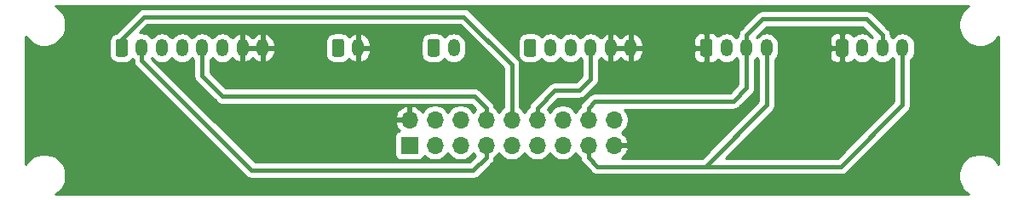
<source format=gbl>
G04 #@! TF.GenerationSoftware,KiCad,Pcbnew,(5.1.5)-3*
G04 #@! TF.CreationDate,2020-05-29T16:33:12+07:00*
G04 #@! TF.ProjectId,LIBV_Pannel,4c494256-5f50-4616-9e6e-656c2e6b6963,rev?*
G04 #@! TF.SameCoordinates,PX53724e0PY5fd8220*
G04 #@! TF.FileFunction,Copper,L2,Bot*
G04 #@! TF.FilePolarity,Positive*
%FSLAX46Y46*%
G04 Gerber Fmt 4.6, Leading zero omitted, Abs format (unit mm)*
G04 Created by KiCad (PCBNEW (5.1.5)-3) date 2020-05-29 16:33:12*
%MOMM*%
%LPD*%
G04 APERTURE LIST*
%ADD10O,1.200000X1.750000*%
%ADD11C,0.100000*%
%ADD12O,1.700000X1.700000*%
%ADD13R,1.700000X1.700000*%
%ADD14C,0.400000*%
%ADD15C,0.254000*%
G04 APERTURE END LIST*
D10*
X60800000Y15200000D03*
X58800000Y15200000D03*
X56800000Y15200000D03*
X54800000Y15200000D03*
X52800000Y15200000D03*
G04 #@! TA.AperFunction,ComponentPad*
D11*
G36*
X51174505Y16073796D02*
G01*
X51198773Y16070196D01*
X51222572Y16064235D01*
X51245671Y16055970D01*
X51267850Y16045480D01*
X51288893Y16032868D01*
X51308599Y16018253D01*
X51326777Y16001777D01*
X51343253Y15983599D01*
X51357868Y15963893D01*
X51370480Y15942850D01*
X51380970Y15920671D01*
X51389235Y15897572D01*
X51395196Y15873773D01*
X51398796Y15849505D01*
X51400000Y15825001D01*
X51400000Y14574999D01*
X51398796Y14550495D01*
X51395196Y14526227D01*
X51389235Y14502428D01*
X51380970Y14479329D01*
X51370480Y14457150D01*
X51357868Y14436107D01*
X51343253Y14416401D01*
X51326777Y14398223D01*
X51308599Y14381747D01*
X51288893Y14367132D01*
X51267850Y14354520D01*
X51245671Y14344030D01*
X51222572Y14335765D01*
X51198773Y14329804D01*
X51174505Y14326204D01*
X51150001Y14325000D01*
X50449999Y14325000D01*
X50425495Y14326204D01*
X50401227Y14329804D01*
X50377428Y14335765D01*
X50354329Y14344030D01*
X50332150Y14354520D01*
X50311107Y14367132D01*
X50291401Y14381747D01*
X50273223Y14398223D01*
X50256747Y14416401D01*
X50242132Y14436107D01*
X50229520Y14457150D01*
X50219030Y14479329D01*
X50210765Y14502428D01*
X50204804Y14526227D01*
X50201204Y14550495D01*
X50200000Y14574999D01*
X50200000Y15825001D01*
X50201204Y15849505D01*
X50204804Y15873773D01*
X50210765Y15897572D01*
X50219030Y15920671D01*
X50229520Y15942850D01*
X50242132Y15963893D01*
X50256747Y15983599D01*
X50273223Y16001777D01*
X50291401Y16018253D01*
X50311107Y16032868D01*
X50332150Y16045480D01*
X50354329Y16055970D01*
X50377428Y16064235D01*
X50401227Y16070196D01*
X50425495Y16073796D01*
X50449999Y16075000D01*
X51150001Y16075000D01*
X51174505Y16073796D01*
G37*
G04 #@! TD.AperFunction*
D10*
X33700000Y15200000D03*
G04 #@! TA.AperFunction,ComponentPad*
D11*
G36*
X32074505Y16073796D02*
G01*
X32098773Y16070196D01*
X32122572Y16064235D01*
X32145671Y16055970D01*
X32167850Y16045480D01*
X32188893Y16032868D01*
X32208599Y16018253D01*
X32226777Y16001777D01*
X32243253Y15983599D01*
X32257868Y15963893D01*
X32270480Y15942850D01*
X32280970Y15920671D01*
X32289235Y15897572D01*
X32295196Y15873773D01*
X32298796Y15849505D01*
X32300000Y15825001D01*
X32300000Y14574999D01*
X32298796Y14550495D01*
X32295196Y14526227D01*
X32289235Y14502428D01*
X32280970Y14479329D01*
X32270480Y14457150D01*
X32257868Y14436107D01*
X32243253Y14416401D01*
X32226777Y14398223D01*
X32208599Y14381747D01*
X32188893Y14367132D01*
X32167850Y14354520D01*
X32145671Y14344030D01*
X32122572Y14335765D01*
X32098773Y14329804D01*
X32074505Y14326204D01*
X32050001Y14325000D01*
X31349999Y14325000D01*
X31325495Y14326204D01*
X31301227Y14329804D01*
X31277428Y14335765D01*
X31254329Y14344030D01*
X31232150Y14354520D01*
X31211107Y14367132D01*
X31191401Y14381747D01*
X31173223Y14398223D01*
X31156747Y14416401D01*
X31142132Y14436107D01*
X31129520Y14457150D01*
X31119030Y14479329D01*
X31110765Y14502428D01*
X31104804Y14526227D01*
X31101204Y14550495D01*
X31100000Y14574999D01*
X31100000Y15825001D01*
X31101204Y15849505D01*
X31104804Y15873773D01*
X31110765Y15897572D01*
X31119030Y15920671D01*
X31129520Y15942850D01*
X31142132Y15963893D01*
X31156747Y15983599D01*
X31173223Y16001777D01*
X31191401Y16018253D01*
X31211107Y16032868D01*
X31232150Y16045480D01*
X31254329Y16055970D01*
X31277428Y16064235D01*
X31301227Y16070196D01*
X31325495Y16073796D01*
X31349999Y16075000D01*
X32050001Y16075000D01*
X32074505Y16073796D01*
G37*
G04 #@! TD.AperFunction*
D10*
X87800000Y15200000D03*
X85800000Y15200000D03*
X83800000Y15200000D03*
G04 #@! TA.AperFunction,ComponentPad*
D11*
G36*
X82174505Y16073796D02*
G01*
X82198773Y16070196D01*
X82222572Y16064235D01*
X82245671Y16055970D01*
X82267850Y16045480D01*
X82288893Y16032868D01*
X82308599Y16018253D01*
X82326777Y16001777D01*
X82343253Y15983599D01*
X82357868Y15963893D01*
X82370480Y15942850D01*
X82380970Y15920671D01*
X82389235Y15897572D01*
X82395196Y15873773D01*
X82398796Y15849505D01*
X82400000Y15825001D01*
X82400000Y14574999D01*
X82398796Y14550495D01*
X82395196Y14526227D01*
X82389235Y14502428D01*
X82380970Y14479329D01*
X82370480Y14457150D01*
X82357868Y14436107D01*
X82343253Y14416401D01*
X82326777Y14398223D01*
X82308599Y14381747D01*
X82288893Y14367132D01*
X82267850Y14354520D01*
X82245671Y14344030D01*
X82222572Y14335765D01*
X82198773Y14329804D01*
X82174505Y14326204D01*
X82150001Y14325000D01*
X81449999Y14325000D01*
X81425495Y14326204D01*
X81401227Y14329804D01*
X81377428Y14335765D01*
X81354329Y14344030D01*
X81332150Y14354520D01*
X81311107Y14367132D01*
X81291401Y14381747D01*
X81273223Y14398223D01*
X81256747Y14416401D01*
X81242132Y14436107D01*
X81229520Y14457150D01*
X81219030Y14479329D01*
X81210765Y14502428D01*
X81204804Y14526227D01*
X81201204Y14550495D01*
X81200000Y14574999D01*
X81200000Y15825001D01*
X81201204Y15849505D01*
X81204804Y15873773D01*
X81210765Y15897572D01*
X81219030Y15920671D01*
X81229520Y15942850D01*
X81242132Y15963893D01*
X81256747Y15983599D01*
X81273223Y16001777D01*
X81291401Y16018253D01*
X81311107Y16032868D01*
X81332150Y16045480D01*
X81354329Y16055970D01*
X81377428Y16064235D01*
X81401227Y16070196D01*
X81425495Y16073796D01*
X81449999Y16075000D01*
X82150001Y16075000D01*
X82174505Y16073796D01*
G37*
G04 #@! TD.AperFunction*
D10*
X43200000Y15200000D03*
G04 #@! TA.AperFunction,ComponentPad*
D11*
G36*
X41574505Y16073796D02*
G01*
X41598773Y16070196D01*
X41622572Y16064235D01*
X41645671Y16055970D01*
X41667850Y16045480D01*
X41688893Y16032868D01*
X41708599Y16018253D01*
X41726777Y16001777D01*
X41743253Y15983599D01*
X41757868Y15963893D01*
X41770480Y15942850D01*
X41780970Y15920671D01*
X41789235Y15897572D01*
X41795196Y15873773D01*
X41798796Y15849505D01*
X41800000Y15825001D01*
X41800000Y14574999D01*
X41798796Y14550495D01*
X41795196Y14526227D01*
X41789235Y14502428D01*
X41780970Y14479329D01*
X41770480Y14457150D01*
X41757868Y14436107D01*
X41743253Y14416401D01*
X41726777Y14398223D01*
X41708599Y14381747D01*
X41688893Y14367132D01*
X41667850Y14354520D01*
X41645671Y14344030D01*
X41622572Y14335765D01*
X41598773Y14329804D01*
X41574505Y14326204D01*
X41550001Y14325000D01*
X40849999Y14325000D01*
X40825495Y14326204D01*
X40801227Y14329804D01*
X40777428Y14335765D01*
X40754329Y14344030D01*
X40732150Y14354520D01*
X40711107Y14367132D01*
X40691401Y14381747D01*
X40673223Y14398223D01*
X40656747Y14416401D01*
X40642132Y14436107D01*
X40629520Y14457150D01*
X40619030Y14479329D01*
X40610765Y14502428D01*
X40604804Y14526227D01*
X40601204Y14550495D01*
X40600000Y14574999D01*
X40600000Y15825001D01*
X40601204Y15849505D01*
X40604804Y15873773D01*
X40610765Y15897572D01*
X40619030Y15920671D01*
X40629520Y15942850D01*
X40642132Y15963893D01*
X40656747Y15983599D01*
X40673223Y16001777D01*
X40691401Y16018253D01*
X40711107Y16032868D01*
X40732150Y16045480D01*
X40754329Y16055970D01*
X40777428Y16064235D01*
X40801227Y16070196D01*
X40825495Y16073796D01*
X40849999Y16075000D01*
X41550001Y16075000D01*
X41574505Y16073796D01*
G37*
G04 #@! TD.AperFunction*
D10*
X74300000Y15200000D03*
X72300000Y15200000D03*
X70300000Y15200000D03*
G04 #@! TA.AperFunction,ComponentPad*
D11*
G36*
X68674505Y16073796D02*
G01*
X68698773Y16070196D01*
X68722572Y16064235D01*
X68745671Y16055970D01*
X68767850Y16045480D01*
X68788893Y16032868D01*
X68808599Y16018253D01*
X68826777Y16001777D01*
X68843253Y15983599D01*
X68857868Y15963893D01*
X68870480Y15942850D01*
X68880970Y15920671D01*
X68889235Y15897572D01*
X68895196Y15873773D01*
X68898796Y15849505D01*
X68900000Y15825001D01*
X68900000Y14574999D01*
X68898796Y14550495D01*
X68895196Y14526227D01*
X68889235Y14502428D01*
X68880970Y14479329D01*
X68870480Y14457150D01*
X68857868Y14436107D01*
X68843253Y14416401D01*
X68826777Y14398223D01*
X68808599Y14381747D01*
X68788893Y14367132D01*
X68767850Y14354520D01*
X68745671Y14344030D01*
X68722572Y14335765D01*
X68698773Y14329804D01*
X68674505Y14326204D01*
X68650001Y14325000D01*
X67949999Y14325000D01*
X67925495Y14326204D01*
X67901227Y14329804D01*
X67877428Y14335765D01*
X67854329Y14344030D01*
X67832150Y14354520D01*
X67811107Y14367132D01*
X67791401Y14381747D01*
X67773223Y14398223D01*
X67756747Y14416401D01*
X67742132Y14436107D01*
X67729520Y14457150D01*
X67719030Y14479329D01*
X67710765Y14502428D01*
X67704804Y14526227D01*
X67701204Y14550495D01*
X67700000Y14574999D01*
X67700000Y15825001D01*
X67701204Y15849505D01*
X67704804Y15873773D01*
X67710765Y15897572D01*
X67719030Y15920671D01*
X67729520Y15942850D01*
X67742132Y15963893D01*
X67756747Y15983599D01*
X67773223Y16001777D01*
X67791401Y16018253D01*
X67811107Y16032868D01*
X67832150Y16045480D01*
X67854329Y16055970D01*
X67877428Y16064235D01*
X67901227Y16070196D01*
X67925495Y16073796D01*
X67949999Y16075000D01*
X68650001Y16075000D01*
X68674505Y16073796D01*
G37*
G04 #@! TD.AperFunction*
D10*
X24200000Y15200000D03*
X22200000Y15200000D03*
X20200000Y15200000D03*
X18200000Y15200000D03*
X16200000Y15200000D03*
X14200000Y15200000D03*
X12200000Y15200000D03*
G04 #@! TA.AperFunction,ComponentPad*
D11*
G36*
X10574505Y16073796D02*
G01*
X10598773Y16070196D01*
X10622572Y16064235D01*
X10645671Y16055970D01*
X10667850Y16045480D01*
X10688893Y16032868D01*
X10708599Y16018253D01*
X10726777Y16001777D01*
X10743253Y15983599D01*
X10757868Y15963893D01*
X10770480Y15942850D01*
X10780970Y15920671D01*
X10789235Y15897572D01*
X10795196Y15873773D01*
X10798796Y15849505D01*
X10800000Y15825001D01*
X10800000Y14574999D01*
X10798796Y14550495D01*
X10795196Y14526227D01*
X10789235Y14502428D01*
X10780970Y14479329D01*
X10770480Y14457150D01*
X10757868Y14436107D01*
X10743253Y14416401D01*
X10726777Y14398223D01*
X10708599Y14381747D01*
X10688893Y14367132D01*
X10667850Y14354520D01*
X10645671Y14344030D01*
X10622572Y14335765D01*
X10598773Y14329804D01*
X10574505Y14326204D01*
X10550001Y14325000D01*
X9849999Y14325000D01*
X9825495Y14326204D01*
X9801227Y14329804D01*
X9777428Y14335765D01*
X9754329Y14344030D01*
X9732150Y14354520D01*
X9711107Y14367132D01*
X9691401Y14381747D01*
X9673223Y14398223D01*
X9656747Y14416401D01*
X9642132Y14436107D01*
X9629520Y14457150D01*
X9619030Y14479329D01*
X9610765Y14502428D01*
X9604804Y14526227D01*
X9601204Y14550495D01*
X9600000Y14574999D01*
X9600000Y15825001D01*
X9601204Y15849505D01*
X9604804Y15873773D01*
X9610765Y15897572D01*
X9619030Y15920671D01*
X9629520Y15942850D01*
X9642132Y15963893D01*
X9656747Y15983599D01*
X9673223Y16001777D01*
X9691401Y16018253D01*
X9711107Y16032868D01*
X9732150Y16045480D01*
X9754329Y16055970D01*
X9777428Y16064235D01*
X9801227Y16070196D01*
X9825495Y16073796D01*
X9849999Y16075000D01*
X10550001Y16075000D01*
X10574505Y16073796D01*
G37*
G04 #@! TD.AperFunction*
D12*
X59120000Y8040000D03*
X59120000Y5500000D03*
X56580000Y8040000D03*
X56580000Y5500000D03*
X54040000Y8040000D03*
X54040000Y5500000D03*
X51500000Y8040000D03*
X51500000Y5500000D03*
X48960000Y8040000D03*
X48960000Y5500000D03*
X46420000Y8040000D03*
X46420000Y5500000D03*
X43880000Y8040000D03*
X43880000Y5500000D03*
X41340000Y8040000D03*
X41340000Y5500000D03*
X38800000Y8040000D03*
D13*
X38800000Y5500000D03*
D14*
X72300000Y11200000D02*
X72300000Y15200000D01*
X73925000Y18100000D02*
X72300000Y16475000D01*
X72300000Y16475000D02*
X72300000Y15200000D01*
X84175000Y18100000D02*
X73925000Y18100000D01*
X85800000Y16475000D02*
X84175000Y18100000D01*
X85800000Y15200000D02*
X85800000Y16475000D01*
X56580000Y9242081D02*
X57237919Y9900000D01*
X56580000Y8040000D02*
X56580000Y9242081D01*
X71000000Y9900000D02*
X72300000Y11200000D01*
X57237919Y9900000D02*
X71000000Y9900000D01*
X74300000Y10600000D02*
X74300000Y15200000D01*
X56580000Y4297919D02*
X57477919Y3400000D01*
X56580000Y5500000D02*
X56580000Y4297919D01*
X57477919Y3400000D02*
X68200000Y3400000D01*
X74300000Y9500000D02*
X74300000Y10600000D01*
X68200000Y3400000D02*
X74300000Y9500000D01*
X68200000Y3400000D02*
X81700000Y3400000D01*
X87800000Y9500000D02*
X87800000Y15200000D01*
X81700000Y3400000D02*
X87800000Y9500000D01*
X51500000Y9242081D02*
X53257919Y11000000D01*
X51500000Y8040000D02*
X51500000Y9242081D01*
X55700000Y11000000D02*
X56800000Y12100000D01*
X53257919Y11000000D02*
X55700000Y11000000D01*
X56800000Y12100000D02*
X56800000Y15200000D01*
X10200000Y16075000D02*
X12425000Y18300000D01*
X10200000Y15200000D02*
X10200000Y16075000D01*
X12425000Y18300000D02*
X44200000Y18300000D01*
X48960000Y13540000D02*
X48960000Y8040000D01*
X44200000Y18300000D02*
X48960000Y13540000D01*
X46420000Y9242081D02*
X45262081Y10400000D01*
X46420000Y8040000D02*
X46420000Y9242081D01*
X45262081Y10400000D02*
X20200000Y10400000D01*
X18200000Y12400000D02*
X18200000Y15200000D01*
X20200000Y10400000D02*
X18200000Y12400000D01*
X12200000Y13925000D02*
X23125000Y3000000D01*
X12200000Y15200000D02*
X12200000Y13925000D01*
X45122081Y3000000D02*
X23125000Y3000000D01*
X46420000Y4297919D02*
X45122081Y3000000D01*
X46420000Y5500000D02*
X46420000Y4297919D01*
D15*
G36*
X94117023Y19185163D02*
G01*
X93814837Y18882977D01*
X93577412Y18527645D01*
X93413870Y18132821D01*
X93330497Y17713677D01*
X93330497Y17286323D01*
X93413870Y16867179D01*
X93577412Y16472355D01*
X93814837Y16117023D01*
X94117023Y15814837D01*
X94472355Y15577412D01*
X94867179Y15413870D01*
X95286323Y15330497D01*
X95713677Y15330497D01*
X96132821Y15413870D01*
X96527645Y15577412D01*
X96882977Y15814837D01*
X97185163Y16117023D01*
X97340001Y16348754D01*
X97340000Y3651247D01*
X97185163Y3882977D01*
X96882977Y4185163D01*
X96527645Y4422588D01*
X96132821Y4586130D01*
X95713677Y4669503D01*
X95286323Y4669503D01*
X94867179Y4586130D01*
X94472355Y4422588D01*
X94117023Y4185163D01*
X93814837Y3882977D01*
X93577412Y3527645D01*
X93413870Y3132821D01*
X93330497Y2713677D01*
X93330497Y2286323D01*
X93413870Y1867179D01*
X93577412Y1472355D01*
X93814837Y1117023D01*
X94117023Y814837D01*
X94348753Y660000D01*
X3651247Y660000D01*
X3882977Y814837D01*
X4185163Y1117023D01*
X4422588Y1472355D01*
X4586130Y1867179D01*
X4669503Y2286323D01*
X4669503Y2713677D01*
X4586130Y3132821D01*
X4422588Y3527645D01*
X4185163Y3882977D01*
X3882977Y4185163D01*
X3527645Y4422588D01*
X3132821Y4586130D01*
X2713677Y4669503D01*
X2286323Y4669503D01*
X1867179Y4586130D01*
X1472355Y4422588D01*
X1117023Y4185163D01*
X814837Y3882977D01*
X660000Y3651247D01*
X660000Y16348753D01*
X814837Y16117023D01*
X1117023Y15814837D01*
X1472355Y15577412D01*
X1867179Y15413870D01*
X2286323Y15330497D01*
X2713677Y15330497D01*
X3132821Y15413870D01*
X3527645Y15577412D01*
X3882977Y15814837D01*
X3893141Y15825001D01*
X8961928Y15825001D01*
X8961928Y14574999D01*
X8978992Y14401745D01*
X9029528Y14235149D01*
X9111595Y14081613D01*
X9222038Y13947038D01*
X9356613Y13836595D01*
X9510149Y13754528D01*
X9676745Y13703992D01*
X9849999Y13686928D01*
X10550001Y13686928D01*
X10723255Y13703992D01*
X10889851Y13754528D01*
X11043387Y13836595D01*
X11177962Y13947038D01*
X11288405Y14081613D01*
X11290810Y14086112D01*
X11322499Y14047498D01*
X11365001Y14012618D01*
X11365001Y13966028D01*
X11360960Y13925000D01*
X11377082Y13761312D01*
X11424828Y13603914D01*
X11458991Y13540000D01*
X11502365Y13458854D01*
X11606710Y13331709D01*
X11638574Y13305559D01*
X22505559Y2438573D01*
X22531709Y2406709D01*
X22658854Y2302364D01*
X22803913Y2224828D01*
X22961311Y2177082D01*
X23124999Y2160960D01*
X23166018Y2165000D01*
X45081063Y2165000D01*
X45122081Y2160960D01*
X45163099Y2165000D01*
X45163100Y2165000D01*
X45285770Y2177082D01*
X45443168Y2224828D01*
X45588227Y2302364D01*
X45715372Y2406709D01*
X45741527Y2438578D01*
X46981432Y3678482D01*
X47013291Y3704628D01*
X47039440Y3736490D01*
X47117636Y3831773D01*
X47195172Y3976832D01*
X47231817Y4097636D01*
X47242918Y4134230D01*
X47255000Y4256900D01*
X47255000Y4256901D01*
X47256585Y4272994D01*
X47366632Y4346525D01*
X47573475Y4553368D01*
X47690000Y4727760D01*
X47806525Y4553368D01*
X48013368Y4346525D01*
X48256589Y4184010D01*
X48526842Y4072068D01*
X48813740Y4015000D01*
X49106260Y4015000D01*
X49393158Y4072068D01*
X49663411Y4184010D01*
X49906632Y4346525D01*
X50113475Y4553368D01*
X50230000Y4727760D01*
X50346525Y4553368D01*
X50553368Y4346525D01*
X50796589Y4184010D01*
X51066842Y4072068D01*
X51353740Y4015000D01*
X51646260Y4015000D01*
X51933158Y4072068D01*
X52203411Y4184010D01*
X52446632Y4346525D01*
X52653475Y4553368D01*
X52770000Y4727760D01*
X52886525Y4553368D01*
X53093368Y4346525D01*
X53336589Y4184010D01*
X53606842Y4072068D01*
X53893740Y4015000D01*
X54186260Y4015000D01*
X54473158Y4072068D01*
X54743411Y4184010D01*
X54986632Y4346525D01*
X55193475Y4553368D01*
X55310000Y4727760D01*
X55426525Y4553368D01*
X55633368Y4346525D01*
X55743415Y4272994D01*
X55757082Y4134231D01*
X55804828Y3976833D01*
X55880640Y3835000D01*
X55882365Y3831773D01*
X55986710Y3704628D01*
X56018574Y3678478D01*
X56858477Y2838574D01*
X56884628Y2806709D01*
X57011773Y2702364D01*
X57156832Y2624828D01*
X57314230Y2577082D01*
X57436900Y2565000D01*
X57436902Y2565000D01*
X57477918Y2560960D01*
X57518934Y2565000D01*
X68158982Y2565000D01*
X68200000Y2560960D01*
X68241018Y2565000D01*
X81658982Y2565000D01*
X81700000Y2560960D01*
X81741018Y2565000D01*
X81741019Y2565000D01*
X81863689Y2577082D01*
X82021087Y2624828D01*
X82166146Y2702364D01*
X82293291Y2806709D01*
X82319446Y2838579D01*
X88361433Y8880564D01*
X88393291Y8906709D01*
X88497636Y9033854D01*
X88575172Y9178913D01*
X88622918Y9336311D01*
X88635000Y9458981D01*
X88635000Y9458982D01*
X88639040Y9500000D01*
X88635000Y9541018D01*
X88635000Y14012618D01*
X88677502Y14047498D01*
X88831833Y14235551D01*
X88946511Y14450100D01*
X89017130Y14682899D01*
X89035000Y14864336D01*
X89035000Y15535665D01*
X89017130Y15717102D01*
X88946511Y15949901D01*
X88831833Y16164449D01*
X88677502Y16352502D01*
X88489448Y16506833D01*
X88274900Y16621511D01*
X88042101Y16692130D01*
X87800000Y16715975D01*
X87557898Y16692130D01*
X87325099Y16621511D01*
X87110551Y16506833D01*
X86922498Y16352502D01*
X86800000Y16203237D01*
X86677502Y16352502D01*
X86635000Y16387382D01*
X86635000Y16433982D01*
X86639040Y16475001D01*
X86622918Y16638689D01*
X86575172Y16796087D01*
X86497636Y16941146D01*
X86419439Y17036429D01*
X86393291Y17068291D01*
X86361426Y17094441D01*
X84794446Y18661421D01*
X84768291Y18693291D01*
X84641146Y18797636D01*
X84496087Y18875172D01*
X84338689Y18922918D01*
X84216019Y18935000D01*
X84216018Y18935000D01*
X84175000Y18939040D01*
X84133982Y18935000D01*
X73966018Y18935000D01*
X73924999Y18939040D01*
X73770642Y18923837D01*
X73761311Y18922918D01*
X73603913Y18875172D01*
X73458854Y18797636D01*
X73331709Y18693291D01*
X73305559Y18661426D01*
X71738579Y17094446D01*
X71706709Y17068291D01*
X71623673Y16967110D01*
X71602364Y16941145D01*
X71524828Y16796086D01*
X71477082Y16638688D01*
X71460960Y16475000D01*
X71465000Y16433981D01*
X71465000Y16387383D01*
X71422498Y16352502D01*
X71300000Y16203237D01*
X71177502Y16352502D01*
X70989448Y16506833D01*
X70774900Y16621511D01*
X70542101Y16692130D01*
X70300000Y16715975D01*
X70057898Y16692130D01*
X69825099Y16621511D01*
X69610551Y16506833D01*
X69456691Y16380564D01*
X69430537Y16429494D01*
X69351185Y16526185D01*
X69254494Y16605537D01*
X69144180Y16664502D01*
X69024482Y16700812D01*
X68900000Y16713072D01*
X68585750Y16710000D01*
X68427000Y16551250D01*
X68427000Y15327000D01*
X68447000Y15327000D01*
X68447000Y15073000D01*
X68427000Y15073000D01*
X68427000Y13848750D01*
X68585750Y13690000D01*
X68900000Y13686928D01*
X69024482Y13699188D01*
X69144180Y13735498D01*
X69254494Y13794463D01*
X69351185Y13873815D01*
X69430537Y13970506D01*
X69456692Y14019437D01*
X69610552Y13893167D01*
X69825100Y13778489D01*
X70057899Y13707870D01*
X70300000Y13684025D01*
X70542102Y13707870D01*
X70774901Y13778489D01*
X70989449Y13893167D01*
X71177502Y14047498D01*
X71300001Y14196763D01*
X71422499Y14047498D01*
X71465001Y14012618D01*
X71465000Y11545869D01*
X70654133Y10735000D01*
X57278937Y10735000D01*
X57237919Y10739040D01*
X57196900Y10735000D01*
X57074230Y10722918D01*
X56916832Y10675172D01*
X56771773Y10597636D01*
X56644628Y10493291D01*
X56618480Y10461429D01*
X56018574Y9861522D01*
X55986710Y9835372D01*
X55960562Y9803510D01*
X55882364Y9708226D01*
X55804828Y9563167D01*
X55757082Y9405769D01*
X55743415Y9267006D01*
X55633368Y9193475D01*
X55426525Y8986632D01*
X55310000Y8812240D01*
X55193475Y8986632D01*
X54986632Y9193475D01*
X54743411Y9355990D01*
X54473158Y9467932D01*
X54186260Y9525000D01*
X53893740Y9525000D01*
X53606842Y9467932D01*
X53336589Y9355990D01*
X53093368Y9193475D01*
X52886525Y8986632D01*
X52770000Y8812240D01*
X52653475Y8986632D01*
X52539447Y9100660D01*
X53603788Y10165000D01*
X55658982Y10165000D01*
X55700000Y10160960D01*
X55741018Y10165000D01*
X55741019Y10165000D01*
X55863689Y10177082D01*
X56021087Y10224828D01*
X56166146Y10302364D01*
X56293291Y10406709D01*
X56319445Y10438578D01*
X57361433Y11480564D01*
X57393291Y11506709D01*
X57438199Y11561429D01*
X57497636Y11633854D01*
X57575172Y11778913D01*
X57622918Y11936311D01*
X57639040Y12100000D01*
X57635000Y12141018D01*
X57635000Y14012618D01*
X57677502Y14047498D01*
X57800481Y14197348D01*
X57843693Y14133275D01*
X58016526Y13961922D01*
X58219467Y13827579D01*
X58444718Y13735409D01*
X58482391Y13731538D01*
X58673000Y13856269D01*
X58673000Y15073000D01*
X58927000Y15073000D01*
X58927000Y13856269D01*
X59117609Y13731538D01*
X59155282Y13735409D01*
X59380533Y13827579D01*
X59583474Y13961922D01*
X59756307Y14133275D01*
X59800000Y14198061D01*
X59843693Y14133275D01*
X60016526Y13961922D01*
X60219467Y13827579D01*
X60444718Y13735409D01*
X60482391Y13731538D01*
X60673000Y13856269D01*
X60673000Y15073000D01*
X60927000Y15073000D01*
X60927000Y13856269D01*
X61117609Y13731538D01*
X61155282Y13735409D01*
X61380533Y13827579D01*
X61583474Y13961922D01*
X61756307Y14133275D01*
X61885609Y14325000D01*
X67061928Y14325000D01*
X67074188Y14200518D01*
X67110498Y14080820D01*
X67169463Y13970506D01*
X67248815Y13873815D01*
X67345506Y13794463D01*
X67455820Y13735498D01*
X67575518Y13699188D01*
X67700000Y13686928D01*
X68014250Y13690000D01*
X68173000Y13848750D01*
X68173000Y15073000D01*
X67223750Y15073000D01*
X67065000Y14914250D01*
X67061928Y14325000D01*
X61885609Y14325000D01*
X61892390Y14335054D01*
X61986493Y14559504D01*
X62035000Y14798000D01*
X62035000Y15073000D01*
X60927000Y15073000D01*
X60673000Y15073000D01*
X58927000Y15073000D01*
X58673000Y15073000D01*
X58653000Y15073000D01*
X58653000Y15327000D01*
X58673000Y15327000D01*
X58673000Y16543731D01*
X58927000Y16543731D01*
X58927000Y15327000D01*
X60673000Y15327000D01*
X60673000Y16543731D01*
X60927000Y16543731D01*
X60927000Y15327000D01*
X62035000Y15327000D01*
X62035000Y15602000D01*
X61986493Y15840496D01*
X61892390Y16064946D01*
X61885610Y16075000D01*
X67061928Y16075000D01*
X67065000Y15485750D01*
X67223750Y15327000D01*
X68173000Y15327000D01*
X68173000Y16551250D01*
X68014250Y16710000D01*
X67700000Y16713072D01*
X67575518Y16700812D01*
X67455820Y16664502D01*
X67345506Y16605537D01*
X67248815Y16526185D01*
X67169463Y16429494D01*
X67110498Y16319180D01*
X67074188Y16199482D01*
X67061928Y16075000D01*
X61885610Y16075000D01*
X61756307Y16266725D01*
X61583474Y16438078D01*
X61380533Y16572421D01*
X61155282Y16664591D01*
X61117609Y16668462D01*
X60927000Y16543731D01*
X60673000Y16543731D01*
X60482391Y16668462D01*
X60444718Y16664591D01*
X60219467Y16572421D01*
X60016526Y16438078D01*
X59843693Y16266725D01*
X59800000Y16201939D01*
X59756307Y16266725D01*
X59583474Y16438078D01*
X59380533Y16572421D01*
X59155282Y16664591D01*
X59117609Y16668462D01*
X58927000Y16543731D01*
X58673000Y16543731D01*
X58482391Y16668462D01*
X58444718Y16664591D01*
X58219467Y16572421D01*
X58016526Y16438078D01*
X57843693Y16266725D01*
X57800481Y16202652D01*
X57677502Y16352502D01*
X57489448Y16506833D01*
X57274900Y16621511D01*
X57042101Y16692130D01*
X56800000Y16715975D01*
X56557898Y16692130D01*
X56325099Y16621511D01*
X56110551Y16506833D01*
X55922498Y16352502D01*
X55800000Y16203237D01*
X55677502Y16352502D01*
X55489448Y16506833D01*
X55274900Y16621511D01*
X55042101Y16692130D01*
X54800000Y16715975D01*
X54557898Y16692130D01*
X54325099Y16621511D01*
X54110551Y16506833D01*
X53922498Y16352502D01*
X53800000Y16203237D01*
X53677502Y16352502D01*
X53489448Y16506833D01*
X53274900Y16621511D01*
X53042101Y16692130D01*
X52800000Y16715975D01*
X52557898Y16692130D01*
X52325099Y16621511D01*
X52110551Y16506833D01*
X51922498Y16352502D01*
X51890809Y16313889D01*
X51888405Y16318387D01*
X51777962Y16452962D01*
X51643387Y16563405D01*
X51489851Y16645472D01*
X51323255Y16696008D01*
X51150001Y16713072D01*
X50449999Y16713072D01*
X50276745Y16696008D01*
X50110149Y16645472D01*
X49956613Y16563405D01*
X49822038Y16452962D01*
X49711595Y16318387D01*
X49629528Y16164851D01*
X49578992Y15998255D01*
X49561928Y15825001D01*
X49561928Y14574999D01*
X49578992Y14401745D01*
X49629528Y14235149D01*
X49711595Y14081613D01*
X49822038Y13947038D01*
X49956613Y13836595D01*
X50110149Y13754528D01*
X50276745Y13703992D01*
X50449999Y13686928D01*
X51150001Y13686928D01*
X51323255Y13703992D01*
X51489851Y13754528D01*
X51643387Y13836595D01*
X51777962Y13947038D01*
X51888405Y14081613D01*
X51890810Y14086112D01*
X51922499Y14047498D01*
X52110552Y13893167D01*
X52325100Y13778489D01*
X52557899Y13707870D01*
X52800000Y13684025D01*
X53042102Y13707870D01*
X53274901Y13778489D01*
X53489449Y13893167D01*
X53677502Y14047498D01*
X53800001Y14196763D01*
X53922499Y14047498D01*
X54110552Y13893167D01*
X54325100Y13778489D01*
X54557899Y13707870D01*
X54800000Y13684025D01*
X55042102Y13707870D01*
X55274901Y13778489D01*
X55489449Y13893167D01*
X55677502Y14047498D01*
X55800001Y14196763D01*
X55922499Y14047498D01*
X55965001Y14012618D01*
X55965000Y12445869D01*
X55354133Y11835000D01*
X53298937Y11835000D01*
X53257919Y11839040D01*
X53216900Y11835000D01*
X53094230Y11822918D01*
X52936832Y11775172D01*
X52791773Y11697636D01*
X52664628Y11593291D01*
X52638482Y11561432D01*
X50938574Y9861522D01*
X50906710Y9835372D01*
X50880562Y9803510D01*
X50802364Y9708226D01*
X50724828Y9563167D01*
X50677082Y9405769D01*
X50663415Y9267006D01*
X50553368Y9193475D01*
X50346525Y8986632D01*
X50230000Y8812240D01*
X50113475Y8986632D01*
X49906632Y9193475D01*
X49795000Y9268065D01*
X49795000Y13498982D01*
X49799040Y13540000D01*
X49782918Y13703688D01*
X49781650Y13707870D01*
X49735172Y13861087D01*
X49657636Y14006146D01*
X49553291Y14133291D01*
X49521433Y14159436D01*
X44819446Y18861421D01*
X44793291Y18893291D01*
X44666146Y18997636D01*
X44521087Y19075172D01*
X44363689Y19122918D01*
X44241019Y19135000D01*
X44241018Y19135000D01*
X44200000Y19139040D01*
X44158982Y19135000D01*
X12466018Y19135000D01*
X12424999Y19139040D01*
X12383981Y19135000D01*
X12261311Y19122918D01*
X12103913Y19075172D01*
X11958854Y18997636D01*
X11831709Y18893291D01*
X11805559Y18861427D01*
X9638574Y16694441D01*
X9619221Y16678558D01*
X9510149Y16645472D01*
X9356613Y16563405D01*
X9222038Y16452962D01*
X9111595Y16318387D01*
X9029528Y16164851D01*
X8978992Y15998255D01*
X8961928Y15825001D01*
X3893141Y15825001D01*
X4185163Y16117023D01*
X4422588Y16472355D01*
X4586130Y16867179D01*
X4669503Y17286323D01*
X4669503Y17713677D01*
X4586130Y18132821D01*
X4422588Y18527645D01*
X4185163Y18882977D01*
X3882977Y19185163D01*
X3651247Y19340000D01*
X94348753Y19340000D01*
X94117023Y19185163D01*
G37*
X94117023Y19185163D02*
X93814837Y18882977D01*
X93577412Y18527645D01*
X93413870Y18132821D01*
X93330497Y17713677D01*
X93330497Y17286323D01*
X93413870Y16867179D01*
X93577412Y16472355D01*
X93814837Y16117023D01*
X94117023Y15814837D01*
X94472355Y15577412D01*
X94867179Y15413870D01*
X95286323Y15330497D01*
X95713677Y15330497D01*
X96132821Y15413870D01*
X96527645Y15577412D01*
X96882977Y15814837D01*
X97185163Y16117023D01*
X97340001Y16348754D01*
X97340000Y3651247D01*
X97185163Y3882977D01*
X96882977Y4185163D01*
X96527645Y4422588D01*
X96132821Y4586130D01*
X95713677Y4669503D01*
X95286323Y4669503D01*
X94867179Y4586130D01*
X94472355Y4422588D01*
X94117023Y4185163D01*
X93814837Y3882977D01*
X93577412Y3527645D01*
X93413870Y3132821D01*
X93330497Y2713677D01*
X93330497Y2286323D01*
X93413870Y1867179D01*
X93577412Y1472355D01*
X93814837Y1117023D01*
X94117023Y814837D01*
X94348753Y660000D01*
X3651247Y660000D01*
X3882977Y814837D01*
X4185163Y1117023D01*
X4422588Y1472355D01*
X4586130Y1867179D01*
X4669503Y2286323D01*
X4669503Y2713677D01*
X4586130Y3132821D01*
X4422588Y3527645D01*
X4185163Y3882977D01*
X3882977Y4185163D01*
X3527645Y4422588D01*
X3132821Y4586130D01*
X2713677Y4669503D01*
X2286323Y4669503D01*
X1867179Y4586130D01*
X1472355Y4422588D01*
X1117023Y4185163D01*
X814837Y3882977D01*
X660000Y3651247D01*
X660000Y16348753D01*
X814837Y16117023D01*
X1117023Y15814837D01*
X1472355Y15577412D01*
X1867179Y15413870D01*
X2286323Y15330497D01*
X2713677Y15330497D01*
X3132821Y15413870D01*
X3527645Y15577412D01*
X3882977Y15814837D01*
X3893141Y15825001D01*
X8961928Y15825001D01*
X8961928Y14574999D01*
X8978992Y14401745D01*
X9029528Y14235149D01*
X9111595Y14081613D01*
X9222038Y13947038D01*
X9356613Y13836595D01*
X9510149Y13754528D01*
X9676745Y13703992D01*
X9849999Y13686928D01*
X10550001Y13686928D01*
X10723255Y13703992D01*
X10889851Y13754528D01*
X11043387Y13836595D01*
X11177962Y13947038D01*
X11288405Y14081613D01*
X11290810Y14086112D01*
X11322499Y14047498D01*
X11365001Y14012618D01*
X11365001Y13966028D01*
X11360960Y13925000D01*
X11377082Y13761312D01*
X11424828Y13603914D01*
X11458991Y13540000D01*
X11502365Y13458854D01*
X11606710Y13331709D01*
X11638574Y13305559D01*
X22505559Y2438573D01*
X22531709Y2406709D01*
X22658854Y2302364D01*
X22803913Y2224828D01*
X22961311Y2177082D01*
X23124999Y2160960D01*
X23166018Y2165000D01*
X45081063Y2165000D01*
X45122081Y2160960D01*
X45163099Y2165000D01*
X45163100Y2165000D01*
X45285770Y2177082D01*
X45443168Y2224828D01*
X45588227Y2302364D01*
X45715372Y2406709D01*
X45741527Y2438578D01*
X46981432Y3678482D01*
X47013291Y3704628D01*
X47039440Y3736490D01*
X47117636Y3831773D01*
X47195172Y3976832D01*
X47231817Y4097636D01*
X47242918Y4134230D01*
X47255000Y4256900D01*
X47255000Y4256901D01*
X47256585Y4272994D01*
X47366632Y4346525D01*
X47573475Y4553368D01*
X47690000Y4727760D01*
X47806525Y4553368D01*
X48013368Y4346525D01*
X48256589Y4184010D01*
X48526842Y4072068D01*
X48813740Y4015000D01*
X49106260Y4015000D01*
X49393158Y4072068D01*
X49663411Y4184010D01*
X49906632Y4346525D01*
X50113475Y4553368D01*
X50230000Y4727760D01*
X50346525Y4553368D01*
X50553368Y4346525D01*
X50796589Y4184010D01*
X51066842Y4072068D01*
X51353740Y4015000D01*
X51646260Y4015000D01*
X51933158Y4072068D01*
X52203411Y4184010D01*
X52446632Y4346525D01*
X52653475Y4553368D01*
X52770000Y4727760D01*
X52886525Y4553368D01*
X53093368Y4346525D01*
X53336589Y4184010D01*
X53606842Y4072068D01*
X53893740Y4015000D01*
X54186260Y4015000D01*
X54473158Y4072068D01*
X54743411Y4184010D01*
X54986632Y4346525D01*
X55193475Y4553368D01*
X55310000Y4727760D01*
X55426525Y4553368D01*
X55633368Y4346525D01*
X55743415Y4272994D01*
X55757082Y4134231D01*
X55804828Y3976833D01*
X55880640Y3835000D01*
X55882365Y3831773D01*
X55986710Y3704628D01*
X56018574Y3678478D01*
X56858477Y2838574D01*
X56884628Y2806709D01*
X57011773Y2702364D01*
X57156832Y2624828D01*
X57314230Y2577082D01*
X57436900Y2565000D01*
X57436902Y2565000D01*
X57477918Y2560960D01*
X57518934Y2565000D01*
X68158982Y2565000D01*
X68200000Y2560960D01*
X68241018Y2565000D01*
X81658982Y2565000D01*
X81700000Y2560960D01*
X81741018Y2565000D01*
X81741019Y2565000D01*
X81863689Y2577082D01*
X82021087Y2624828D01*
X82166146Y2702364D01*
X82293291Y2806709D01*
X82319446Y2838579D01*
X88361433Y8880564D01*
X88393291Y8906709D01*
X88497636Y9033854D01*
X88575172Y9178913D01*
X88622918Y9336311D01*
X88635000Y9458981D01*
X88635000Y9458982D01*
X88639040Y9500000D01*
X88635000Y9541018D01*
X88635000Y14012618D01*
X88677502Y14047498D01*
X88831833Y14235551D01*
X88946511Y14450100D01*
X89017130Y14682899D01*
X89035000Y14864336D01*
X89035000Y15535665D01*
X89017130Y15717102D01*
X88946511Y15949901D01*
X88831833Y16164449D01*
X88677502Y16352502D01*
X88489448Y16506833D01*
X88274900Y16621511D01*
X88042101Y16692130D01*
X87800000Y16715975D01*
X87557898Y16692130D01*
X87325099Y16621511D01*
X87110551Y16506833D01*
X86922498Y16352502D01*
X86800000Y16203237D01*
X86677502Y16352502D01*
X86635000Y16387382D01*
X86635000Y16433982D01*
X86639040Y16475001D01*
X86622918Y16638689D01*
X86575172Y16796087D01*
X86497636Y16941146D01*
X86419439Y17036429D01*
X86393291Y17068291D01*
X86361426Y17094441D01*
X84794446Y18661421D01*
X84768291Y18693291D01*
X84641146Y18797636D01*
X84496087Y18875172D01*
X84338689Y18922918D01*
X84216019Y18935000D01*
X84216018Y18935000D01*
X84175000Y18939040D01*
X84133982Y18935000D01*
X73966018Y18935000D01*
X73924999Y18939040D01*
X73770642Y18923837D01*
X73761311Y18922918D01*
X73603913Y18875172D01*
X73458854Y18797636D01*
X73331709Y18693291D01*
X73305559Y18661426D01*
X71738579Y17094446D01*
X71706709Y17068291D01*
X71623673Y16967110D01*
X71602364Y16941145D01*
X71524828Y16796086D01*
X71477082Y16638688D01*
X71460960Y16475000D01*
X71465000Y16433981D01*
X71465000Y16387383D01*
X71422498Y16352502D01*
X71300000Y16203237D01*
X71177502Y16352502D01*
X70989448Y16506833D01*
X70774900Y16621511D01*
X70542101Y16692130D01*
X70300000Y16715975D01*
X70057898Y16692130D01*
X69825099Y16621511D01*
X69610551Y16506833D01*
X69456691Y16380564D01*
X69430537Y16429494D01*
X69351185Y16526185D01*
X69254494Y16605537D01*
X69144180Y16664502D01*
X69024482Y16700812D01*
X68900000Y16713072D01*
X68585750Y16710000D01*
X68427000Y16551250D01*
X68427000Y15327000D01*
X68447000Y15327000D01*
X68447000Y15073000D01*
X68427000Y15073000D01*
X68427000Y13848750D01*
X68585750Y13690000D01*
X68900000Y13686928D01*
X69024482Y13699188D01*
X69144180Y13735498D01*
X69254494Y13794463D01*
X69351185Y13873815D01*
X69430537Y13970506D01*
X69456692Y14019437D01*
X69610552Y13893167D01*
X69825100Y13778489D01*
X70057899Y13707870D01*
X70300000Y13684025D01*
X70542102Y13707870D01*
X70774901Y13778489D01*
X70989449Y13893167D01*
X71177502Y14047498D01*
X71300001Y14196763D01*
X71422499Y14047498D01*
X71465001Y14012618D01*
X71465000Y11545869D01*
X70654133Y10735000D01*
X57278937Y10735000D01*
X57237919Y10739040D01*
X57196900Y10735000D01*
X57074230Y10722918D01*
X56916832Y10675172D01*
X56771773Y10597636D01*
X56644628Y10493291D01*
X56618480Y10461429D01*
X56018574Y9861522D01*
X55986710Y9835372D01*
X55960562Y9803510D01*
X55882364Y9708226D01*
X55804828Y9563167D01*
X55757082Y9405769D01*
X55743415Y9267006D01*
X55633368Y9193475D01*
X55426525Y8986632D01*
X55310000Y8812240D01*
X55193475Y8986632D01*
X54986632Y9193475D01*
X54743411Y9355990D01*
X54473158Y9467932D01*
X54186260Y9525000D01*
X53893740Y9525000D01*
X53606842Y9467932D01*
X53336589Y9355990D01*
X53093368Y9193475D01*
X52886525Y8986632D01*
X52770000Y8812240D01*
X52653475Y8986632D01*
X52539447Y9100660D01*
X53603788Y10165000D01*
X55658982Y10165000D01*
X55700000Y10160960D01*
X55741018Y10165000D01*
X55741019Y10165000D01*
X55863689Y10177082D01*
X56021087Y10224828D01*
X56166146Y10302364D01*
X56293291Y10406709D01*
X56319445Y10438578D01*
X57361433Y11480564D01*
X57393291Y11506709D01*
X57438199Y11561429D01*
X57497636Y11633854D01*
X57575172Y11778913D01*
X57622918Y11936311D01*
X57639040Y12100000D01*
X57635000Y12141018D01*
X57635000Y14012618D01*
X57677502Y14047498D01*
X57800481Y14197348D01*
X57843693Y14133275D01*
X58016526Y13961922D01*
X58219467Y13827579D01*
X58444718Y13735409D01*
X58482391Y13731538D01*
X58673000Y13856269D01*
X58673000Y15073000D01*
X58927000Y15073000D01*
X58927000Y13856269D01*
X59117609Y13731538D01*
X59155282Y13735409D01*
X59380533Y13827579D01*
X59583474Y13961922D01*
X59756307Y14133275D01*
X59800000Y14198061D01*
X59843693Y14133275D01*
X60016526Y13961922D01*
X60219467Y13827579D01*
X60444718Y13735409D01*
X60482391Y13731538D01*
X60673000Y13856269D01*
X60673000Y15073000D01*
X60927000Y15073000D01*
X60927000Y13856269D01*
X61117609Y13731538D01*
X61155282Y13735409D01*
X61380533Y13827579D01*
X61583474Y13961922D01*
X61756307Y14133275D01*
X61885609Y14325000D01*
X67061928Y14325000D01*
X67074188Y14200518D01*
X67110498Y14080820D01*
X67169463Y13970506D01*
X67248815Y13873815D01*
X67345506Y13794463D01*
X67455820Y13735498D01*
X67575518Y13699188D01*
X67700000Y13686928D01*
X68014250Y13690000D01*
X68173000Y13848750D01*
X68173000Y15073000D01*
X67223750Y15073000D01*
X67065000Y14914250D01*
X67061928Y14325000D01*
X61885609Y14325000D01*
X61892390Y14335054D01*
X61986493Y14559504D01*
X62035000Y14798000D01*
X62035000Y15073000D01*
X60927000Y15073000D01*
X60673000Y15073000D01*
X58927000Y15073000D01*
X58673000Y15073000D01*
X58653000Y15073000D01*
X58653000Y15327000D01*
X58673000Y15327000D01*
X58673000Y16543731D01*
X58927000Y16543731D01*
X58927000Y15327000D01*
X60673000Y15327000D01*
X60673000Y16543731D01*
X60927000Y16543731D01*
X60927000Y15327000D01*
X62035000Y15327000D01*
X62035000Y15602000D01*
X61986493Y15840496D01*
X61892390Y16064946D01*
X61885610Y16075000D01*
X67061928Y16075000D01*
X67065000Y15485750D01*
X67223750Y15327000D01*
X68173000Y15327000D01*
X68173000Y16551250D01*
X68014250Y16710000D01*
X67700000Y16713072D01*
X67575518Y16700812D01*
X67455820Y16664502D01*
X67345506Y16605537D01*
X67248815Y16526185D01*
X67169463Y16429494D01*
X67110498Y16319180D01*
X67074188Y16199482D01*
X67061928Y16075000D01*
X61885610Y16075000D01*
X61756307Y16266725D01*
X61583474Y16438078D01*
X61380533Y16572421D01*
X61155282Y16664591D01*
X61117609Y16668462D01*
X60927000Y16543731D01*
X60673000Y16543731D01*
X60482391Y16668462D01*
X60444718Y16664591D01*
X60219467Y16572421D01*
X60016526Y16438078D01*
X59843693Y16266725D01*
X59800000Y16201939D01*
X59756307Y16266725D01*
X59583474Y16438078D01*
X59380533Y16572421D01*
X59155282Y16664591D01*
X59117609Y16668462D01*
X58927000Y16543731D01*
X58673000Y16543731D01*
X58482391Y16668462D01*
X58444718Y16664591D01*
X58219467Y16572421D01*
X58016526Y16438078D01*
X57843693Y16266725D01*
X57800481Y16202652D01*
X57677502Y16352502D01*
X57489448Y16506833D01*
X57274900Y16621511D01*
X57042101Y16692130D01*
X56800000Y16715975D01*
X56557898Y16692130D01*
X56325099Y16621511D01*
X56110551Y16506833D01*
X55922498Y16352502D01*
X55800000Y16203237D01*
X55677502Y16352502D01*
X55489448Y16506833D01*
X55274900Y16621511D01*
X55042101Y16692130D01*
X54800000Y16715975D01*
X54557898Y16692130D01*
X54325099Y16621511D01*
X54110551Y16506833D01*
X53922498Y16352502D01*
X53800000Y16203237D01*
X53677502Y16352502D01*
X53489448Y16506833D01*
X53274900Y16621511D01*
X53042101Y16692130D01*
X52800000Y16715975D01*
X52557898Y16692130D01*
X52325099Y16621511D01*
X52110551Y16506833D01*
X51922498Y16352502D01*
X51890809Y16313889D01*
X51888405Y16318387D01*
X51777962Y16452962D01*
X51643387Y16563405D01*
X51489851Y16645472D01*
X51323255Y16696008D01*
X51150001Y16713072D01*
X50449999Y16713072D01*
X50276745Y16696008D01*
X50110149Y16645472D01*
X49956613Y16563405D01*
X49822038Y16452962D01*
X49711595Y16318387D01*
X49629528Y16164851D01*
X49578992Y15998255D01*
X49561928Y15825001D01*
X49561928Y14574999D01*
X49578992Y14401745D01*
X49629528Y14235149D01*
X49711595Y14081613D01*
X49822038Y13947038D01*
X49956613Y13836595D01*
X50110149Y13754528D01*
X50276745Y13703992D01*
X50449999Y13686928D01*
X51150001Y13686928D01*
X51323255Y13703992D01*
X51489851Y13754528D01*
X51643387Y13836595D01*
X51777962Y13947038D01*
X51888405Y14081613D01*
X51890810Y14086112D01*
X51922499Y14047498D01*
X52110552Y13893167D01*
X52325100Y13778489D01*
X52557899Y13707870D01*
X52800000Y13684025D01*
X53042102Y13707870D01*
X53274901Y13778489D01*
X53489449Y13893167D01*
X53677502Y14047498D01*
X53800001Y14196763D01*
X53922499Y14047498D01*
X54110552Y13893167D01*
X54325100Y13778489D01*
X54557899Y13707870D01*
X54800000Y13684025D01*
X55042102Y13707870D01*
X55274901Y13778489D01*
X55489449Y13893167D01*
X55677502Y14047498D01*
X55800001Y14196763D01*
X55922499Y14047498D01*
X55965001Y14012618D01*
X55965000Y12445869D01*
X55354133Y11835000D01*
X53298937Y11835000D01*
X53257919Y11839040D01*
X53216900Y11835000D01*
X53094230Y11822918D01*
X52936832Y11775172D01*
X52791773Y11697636D01*
X52664628Y11593291D01*
X52638482Y11561432D01*
X50938574Y9861522D01*
X50906710Y9835372D01*
X50880562Y9803510D01*
X50802364Y9708226D01*
X50724828Y9563167D01*
X50677082Y9405769D01*
X50663415Y9267006D01*
X50553368Y9193475D01*
X50346525Y8986632D01*
X50230000Y8812240D01*
X50113475Y8986632D01*
X49906632Y9193475D01*
X49795000Y9268065D01*
X49795000Y13498982D01*
X49799040Y13540000D01*
X49782918Y13703688D01*
X49781650Y13707870D01*
X49735172Y13861087D01*
X49657636Y14006146D01*
X49553291Y14133291D01*
X49521433Y14159436D01*
X44819446Y18861421D01*
X44793291Y18893291D01*
X44666146Y18997636D01*
X44521087Y19075172D01*
X44363689Y19122918D01*
X44241019Y19135000D01*
X44241018Y19135000D01*
X44200000Y19139040D01*
X44158982Y19135000D01*
X12466018Y19135000D01*
X12424999Y19139040D01*
X12383981Y19135000D01*
X12261311Y19122918D01*
X12103913Y19075172D01*
X11958854Y18997636D01*
X11831709Y18893291D01*
X11805559Y18861427D01*
X9638574Y16694441D01*
X9619221Y16678558D01*
X9510149Y16645472D01*
X9356613Y16563405D01*
X9222038Y16452962D01*
X9111595Y16318387D01*
X9029528Y16164851D01*
X8978992Y15998255D01*
X8961928Y15825001D01*
X3893141Y15825001D01*
X4185163Y16117023D01*
X4422588Y16472355D01*
X4586130Y16867179D01*
X4669503Y17286323D01*
X4669503Y17713677D01*
X4586130Y18132821D01*
X4422588Y18527645D01*
X4185163Y18882977D01*
X3882977Y19185163D01*
X3651247Y19340000D01*
X94348753Y19340000D01*
X94117023Y19185163D01*
G36*
X17322499Y14047498D02*
G01*
X17365001Y14012618D01*
X17365000Y12441019D01*
X17360960Y12400000D01*
X17365000Y12358982D01*
X17377082Y12236312D01*
X17424828Y12078914D01*
X17502364Y11933855D01*
X17606709Y11806709D01*
X17638579Y11780554D01*
X19580559Y9838573D01*
X19606709Y9806709D01*
X19726710Y9708227D01*
X19733854Y9702364D01*
X19878913Y9624828D01*
X20036311Y9577082D01*
X20199999Y9560960D01*
X20241018Y9565000D01*
X44916214Y9565000D01*
X45380553Y9100660D01*
X45266525Y8986632D01*
X45150000Y8812240D01*
X45033475Y8986632D01*
X44826632Y9193475D01*
X44583411Y9355990D01*
X44313158Y9467932D01*
X44026260Y9525000D01*
X43733740Y9525000D01*
X43446842Y9467932D01*
X43176589Y9355990D01*
X42933368Y9193475D01*
X42726525Y8986632D01*
X42610000Y8812240D01*
X42493475Y8986632D01*
X42286632Y9193475D01*
X42043411Y9355990D01*
X41773158Y9467932D01*
X41486260Y9525000D01*
X41193740Y9525000D01*
X40906842Y9467932D01*
X40636589Y9355990D01*
X40393368Y9193475D01*
X40186525Y8986632D01*
X40064805Y8804466D01*
X39995178Y8921355D01*
X39800269Y9137588D01*
X39566920Y9311641D01*
X39304099Y9436825D01*
X39156890Y9481476D01*
X38927000Y9360155D01*
X38927000Y8167000D01*
X38947000Y8167000D01*
X38947000Y7913000D01*
X38927000Y7913000D01*
X38927000Y7893000D01*
X38673000Y7893000D01*
X38673000Y7913000D01*
X37479186Y7913000D01*
X37358519Y7683109D01*
X37455843Y7408748D01*
X37604822Y7158645D01*
X37781626Y6962498D01*
X37705820Y6939502D01*
X37595506Y6880537D01*
X37498815Y6801185D01*
X37419463Y6704494D01*
X37360498Y6594180D01*
X37324188Y6474482D01*
X37311928Y6350000D01*
X37311928Y4650000D01*
X37324188Y4525518D01*
X37360498Y4405820D01*
X37419463Y4295506D01*
X37498815Y4198815D01*
X37595506Y4119463D01*
X37705820Y4060498D01*
X37825518Y4024188D01*
X37950000Y4011928D01*
X39650000Y4011928D01*
X39774482Y4024188D01*
X39894180Y4060498D01*
X40004494Y4119463D01*
X40101185Y4198815D01*
X40180537Y4295506D01*
X40239502Y4405820D01*
X40261513Y4478380D01*
X40393368Y4346525D01*
X40636589Y4184010D01*
X40906842Y4072068D01*
X41193740Y4015000D01*
X41486260Y4015000D01*
X41773158Y4072068D01*
X42043411Y4184010D01*
X42286632Y4346525D01*
X42493475Y4553368D01*
X42610000Y4727760D01*
X42726525Y4553368D01*
X42933368Y4346525D01*
X43176589Y4184010D01*
X43446842Y4072068D01*
X43733740Y4015000D01*
X44026260Y4015000D01*
X44313158Y4072068D01*
X44583411Y4184010D01*
X44826632Y4346525D01*
X45033475Y4553368D01*
X45150000Y4727760D01*
X45266525Y4553368D01*
X45380553Y4439340D01*
X44776214Y3835000D01*
X23470868Y3835000D01*
X18908977Y8396891D01*
X37358519Y8396891D01*
X37479186Y8167000D01*
X38673000Y8167000D01*
X38673000Y9360155D01*
X38443110Y9481476D01*
X38295901Y9436825D01*
X38033080Y9311641D01*
X37799731Y9137588D01*
X37604822Y8921355D01*
X37455843Y8671252D01*
X37358519Y8396891D01*
X18908977Y8396891D01*
X13159029Y14146838D01*
X13200001Y14196763D01*
X13322499Y14047498D01*
X13510552Y13893167D01*
X13725100Y13778489D01*
X13957899Y13707870D01*
X14200000Y13684025D01*
X14442102Y13707870D01*
X14674901Y13778489D01*
X14889449Y13893167D01*
X15077502Y14047498D01*
X15200001Y14196763D01*
X15322499Y14047498D01*
X15510552Y13893167D01*
X15725100Y13778489D01*
X15957899Y13707870D01*
X16200000Y13684025D01*
X16442102Y13707870D01*
X16674901Y13778489D01*
X16889449Y13893167D01*
X17077502Y14047498D01*
X17200001Y14196763D01*
X17322499Y14047498D01*
G37*
X17322499Y14047498D02*
X17365001Y14012618D01*
X17365000Y12441019D01*
X17360960Y12400000D01*
X17365000Y12358982D01*
X17377082Y12236312D01*
X17424828Y12078914D01*
X17502364Y11933855D01*
X17606709Y11806709D01*
X17638579Y11780554D01*
X19580559Y9838573D01*
X19606709Y9806709D01*
X19726710Y9708227D01*
X19733854Y9702364D01*
X19878913Y9624828D01*
X20036311Y9577082D01*
X20199999Y9560960D01*
X20241018Y9565000D01*
X44916214Y9565000D01*
X45380553Y9100660D01*
X45266525Y8986632D01*
X45150000Y8812240D01*
X45033475Y8986632D01*
X44826632Y9193475D01*
X44583411Y9355990D01*
X44313158Y9467932D01*
X44026260Y9525000D01*
X43733740Y9525000D01*
X43446842Y9467932D01*
X43176589Y9355990D01*
X42933368Y9193475D01*
X42726525Y8986632D01*
X42610000Y8812240D01*
X42493475Y8986632D01*
X42286632Y9193475D01*
X42043411Y9355990D01*
X41773158Y9467932D01*
X41486260Y9525000D01*
X41193740Y9525000D01*
X40906842Y9467932D01*
X40636589Y9355990D01*
X40393368Y9193475D01*
X40186525Y8986632D01*
X40064805Y8804466D01*
X39995178Y8921355D01*
X39800269Y9137588D01*
X39566920Y9311641D01*
X39304099Y9436825D01*
X39156890Y9481476D01*
X38927000Y9360155D01*
X38927000Y8167000D01*
X38947000Y8167000D01*
X38947000Y7913000D01*
X38927000Y7913000D01*
X38927000Y7893000D01*
X38673000Y7893000D01*
X38673000Y7913000D01*
X37479186Y7913000D01*
X37358519Y7683109D01*
X37455843Y7408748D01*
X37604822Y7158645D01*
X37781626Y6962498D01*
X37705820Y6939502D01*
X37595506Y6880537D01*
X37498815Y6801185D01*
X37419463Y6704494D01*
X37360498Y6594180D01*
X37324188Y6474482D01*
X37311928Y6350000D01*
X37311928Y4650000D01*
X37324188Y4525518D01*
X37360498Y4405820D01*
X37419463Y4295506D01*
X37498815Y4198815D01*
X37595506Y4119463D01*
X37705820Y4060498D01*
X37825518Y4024188D01*
X37950000Y4011928D01*
X39650000Y4011928D01*
X39774482Y4024188D01*
X39894180Y4060498D01*
X40004494Y4119463D01*
X40101185Y4198815D01*
X40180537Y4295506D01*
X40239502Y4405820D01*
X40261513Y4478380D01*
X40393368Y4346525D01*
X40636589Y4184010D01*
X40906842Y4072068D01*
X41193740Y4015000D01*
X41486260Y4015000D01*
X41773158Y4072068D01*
X42043411Y4184010D01*
X42286632Y4346525D01*
X42493475Y4553368D01*
X42610000Y4727760D01*
X42726525Y4553368D01*
X42933368Y4346525D01*
X43176589Y4184010D01*
X43446842Y4072068D01*
X43733740Y4015000D01*
X44026260Y4015000D01*
X44313158Y4072068D01*
X44583411Y4184010D01*
X44826632Y4346525D01*
X45033475Y4553368D01*
X45150000Y4727760D01*
X45266525Y4553368D01*
X45380553Y4439340D01*
X44776214Y3835000D01*
X23470868Y3835000D01*
X18908977Y8396891D01*
X37358519Y8396891D01*
X37479186Y8167000D01*
X38673000Y8167000D01*
X38673000Y9360155D01*
X38443110Y9481476D01*
X38295901Y9436825D01*
X38033080Y9311641D01*
X37799731Y9137588D01*
X37604822Y8921355D01*
X37455843Y8671252D01*
X37358519Y8396891D01*
X18908977Y8396891D01*
X13159029Y14146838D01*
X13200001Y14196763D01*
X13322499Y14047498D01*
X13510552Y13893167D01*
X13725100Y13778489D01*
X13957899Y13707870D01*
X14200000Y13684025D01*
X14442102Y13707870D01*
X14674901Y13778489D01*
X14889449Y13893167D01*
X15077502Y14047498D01*
X15200001Y14196763D01*
X15322499Y14047498D01*
X15510552Y13893167D01*
X15725100Y13778489D01*
X15957899Y13707870D01*
X16200000Y13684025D01*
X16442102Y13707870D01*
X16674901Y13778489D01*
X16889449Y13893167D01*
X17077502Y14047498D01*
X17200001Y14196763D01*
X17322499Y14047498D01*
G36*
X84840971Y16253161D02*
G01*
X84800000Y16203237D01*
X84677502Y16352502D01*
X84489448Y16506833D01*
X84274900Y16621511D01*
X84042101Y16692130D01*
X83800000Y16715975D01*
X83557898Y16692130D01*
X83325099Y16621511D01*
X83110551Y16506833D01*
X82956691Y16380564D01*
X82930537Y16429494D01*
X82851185Y16526185D01*
X82754494Y16605537D01*
X82644180Y16664502D01*
X82524482Y16700812D01*
X82400000Y16713072D01*
X82085750Y16710000D01*
X81927000Y16551250D01*
X81927000Y15327000D01*
X81947000Y15327000D01*
X81947000Y15073000D01*
X81927000Y15073000D01*
X81927000Y13848750D01*
X82085750Y13690000D01*
X82400000Y13686928D01*
X82524482Y13699188D01*
X82644180Y13735498D01*
X82754494Y13794463D01*
X82851185Y13873815D01*
X82930537Y13970506D01*
X82956692Y14019437D01*
X83110552Y13893167D01*
X83325100Y13778489D01*
X83557899Y13707870D01*
X83800000Y13684025D01*
X84042102Y13707870D01*
X84274901Y13778489D01*
X84489449Y13893167D01*
X84677502Y14047498D01*
X84800001Y14196763D01*
X84922499Y14047498D01*
X85110552Y13893167D01*
X85325100Y13778489D01*
X85557899Y13707870D01*
X85800000Y13684025D01*
X86042102Y13707870D01*
X86274901Y13778489D01*
X86489449Y13893167D01*
X86677502Y14047498D01*
X86800001Y14196763D01*
X86922499Y14047498D01*
X86965001Y14012618D01*
X86965000Y9845869D01*
X81354133Y4235000D01*
X70215867Y4235000D01*
X74861433Y8880564D01*
X74893291Y8906709D01*
X74997636Y9033854D01*
X75075172Y9178913D01*
X75122918Y9336311D01*
X75135000Y9458981D01*
X75135000Y9458982D01*
X75139040Y9500000D01*
X75135000Y9541018D01*
X75135000Y14012618D01*
X75177502Y14047498D01*
X75331833Y14235551D01*
X75379644Y14325000D01*
X80561928Y14325000D01*
X80574188Y14200518D01*
X80610498Y14080820D01*
X80669463Y13970506D01*
X80748815Y13873815D01*
X80845506Y13794463D01*
X80955820Y13735498D01*
X81075518Y13699188D01*
X81200000Y13686928D01*
X81514250Y13690000D01*
X81673000Y13848750D01*
X81673000Y15073000D01*
X80723750Y15073000D01*
X80565000Y14914250D01*
X80561928Y14325000D01*
X75379644Y14325000D01*
X75446511Y14450100D01*
X75517130Y14682899D01*
X75535000Y14864336D01*
X75535000Y15535665D01*
X75517130Y15717102D01*
X75446511Y15949901D01*
X75379645Y16075000D01*
X80561928Y16075000D01*
X80565000Y15485750D01*
X80723750Y15327000D01*
X81673000Y15327000D01*
X81673000Y16551250D01*
X81514250Y16710000D01*
X81200000Y16713072D01*
X81075518Y16700812D01*
X80955820Y16664502D01*
X80845506Y16605537D01*
X80748815Y16526185D01*
X80669463Y16429494D01*
X80610498Y16319180D01*
X80574188Y16199482D01*
X80561928Y16075000D01*
X75379645Y16075000D01*
X75331833Y16164449D01*
X75177502Y16352502D01*
X74989448Y16506833D01*
X74774900Y16621511D01*
X74542101Y16692130D01*
X74300000Y16715975D01*
X74057898Y16692130D01*
X73825099Y16621511D01*
X73610551Y16506833D01*
X73422498Y16352502D01*
X73300000Y16203237D01*
X73259029Y16253161D01*
X74270868Y17265000D01*
X83829133Y17265000D01*
X84840971Y16253161D01*
G37*
X84840971Y16253161D02*
X84800000Y16203237D01*
X84677502Y16352502D01*
X84489448Y16506833D01*
X84274900Y16621511D01*
X84042101Y16692130D01*
X83800000Y16715975D01*
X83557898Y16692130D01*
X83325099Y16621511D01*
X83110551Y16506833D01*
X82956691Y16380564D01*
X82930537Y16429494D01*
X82851185Y16526185D01*
X82754494Y16605537D01*
X82644180Y16664502D01*
X82524482Y16700812D01*
X82400000Y16713072D01*
X82085750Y16710000D01*
X81927000Y16551250D01*
X81927000Y15327000D01*
X81947000Y15327000D01*
X81947000Y15073000D01*
X81927000Y15073000D01*
X81927000Y13848750D01*
X82085750Y13690000D01*
X82400000Y13686928D01*
X82524482Y13699188D01*
X82644180Y13735498D01*
X82754494Y13794463D01*
X82851185Y13873815D01*
X82930537Y13970506D01*
X82956692Y14019437D01*
X83110552Y13893167D01*
X83325100Y13778489D01*
X83557899Y13707870D01*
X83800000Y13684025D01*
X84042102Y13707870D01*
X84274901Y13778489D01*
X84489449Y13893167D01*
X84677502Y14047498D01*
X84800001Y14196763D01*
X84922499Y14047498D01*
X85110552Y13893167D01*
X85325100Y13778489D01*
X85557899Y13707870D01*
X85800000Y13684025D01*
X86042102Y13707870D01*
X86274901Y13778489D01*
X86489449Y13893167D01*
X86677502Y14047498D01*
X86800001Y14196763D01*
X86922499Y14047498D01*
X86965001Y14012618D01*
X86965000Y9845869D01*
X81354133Y4235000D01*
X70215867Y4235000D01*
X74861433Y8880564D01*
X74893291Y8906709D01*
X74997636Y9033854D01*
X75075172Y9178913D01*
X75122918Y9336311D01*
X75135000Y9458981D01*
X75135000Y9458982D01*
X75139040Y9500000D01*
X75135000Y9541018D01*
X75135000Y14012618D01*
X75177502Y14047498D01*
X75331833Y14235551D01*
X75379644Y14325000D01*
X80561928Y14325000D01*
X80574188Y14200518D01*
X80610498Y14080820D01*
X80669463Y13970506D01*
X80748815Y13873815D01*
X80845506Y13794463D01*
X80955820Y13735498D01*
X81075518Y13699188D01*
X81200000Y13686928D01*
X81514250Y13690000D01*
X81673000Y13848750D01*
X81673000Y15073000D01*
X80723750Y15073000D01*
X80565000Y14914250D01*
X80561928Y14325000D01*
X75379644Y14325000D01*
X75446511Y14450100D01*
X75517130Y14682899D01*
X75535000Y14864336D01*
X75535000Y15535665D01*
X75517130Y15717102D01*
X75446511Y15949901D01*
X75379645Y16075000D01*
X80561928Y16075000D01*
X80565000Y15485750D01*
X80723750Y15327000D01*
X81673000Y15327000D01*
X81673000Y16551250D01*
X81514250Y16710000D01*
X81200000Y16713072D01*
X81075518Y16700812D01*
X80955820Y16664502D01*
X80845506Y16605537D01*
X80748815Y16526185D01*
X80669463Y16429494D01*
X80610498Y16319180D01*
X80574188Y16199482D01*
X80561928Y16075000D01*
X75379645Y16075000D01*
X75331833Y16164449D01*
X75177502Y16352502D01*
X74989448Y16506833D01*
X74774900Y16621511D01*
X74542101Y16692130D01*
X74300000Y16715975D01*
X74057898Y16692130D01*
X73825099Y16621511D01*
X73610551Y16506833D01*
X73422498Y16352502D01*
X73300000Y16203237D01*
X73259029Y16253161D01*
X74270868Y17265000D01*
X83829133Y17265000D01*
X84840971Y16253161D01*
G36*
X73422499Y14047498D02*
G01*
X73465001Y14012618D01*
X73465000Y10558982D01*
X73465001Y10558973D01*
X73465000Y9845869D01*
X67854133Y4235000D01*
X59895823Y4235000D01*
X60120269Y4402412D01*
X60315178Y4618645D01*
X60464157Y4868748D01*
X60561481Y5143109D01*
X60440814Y5373000D01*
X59247000Y5373000D01*
X59247000Y5353000D01*
X58993000Y5353000D01*
X58993000Y5373000D01*
X58973000Y5373000D01*
X58973000Y5627000D01*
X58993000Y5627000D01*
X58993000Y5647000D01*
X59247000Y5647000D01*
X59247000Y5627000D01*
X60440814Y5627000D01*
X60561481Y5856891D01*
X60464157Y6131252D01*
X60315178Y6381355D01*
X60120269Y6597588D01*
X59890594Y6768900D01*
X60066632Y6886525D01*
X60273475Y7093368D01*
X60435990Y7336589D01*
X60547932Y7606842D01*
X60605000Y7893740D01*
X60605000Y8186260D01*
X60547932Y8473158D01*
X60435990Y8743411D01*
X60273475Y8986632D01*
X60195107Y9065000D01*
X70958982Y9065000D01*
X71000000Y9060960D01*
X71041018Y9065000D01*
X71041019Y9065000D01*
X71163689Y9077082D01*
X71321087Y9124828D01*
X71466146Y9202364D01*
X71593291Y9306709D01*
X71619446Y9338578D01*
X72861433Y10580564D01*
X72893291Y10606709D01*
X72921449Y10641019D01*
X72997636Y10733854D01*
X73075172Y10878913D01*
X73111903Y11000000D01*
X73122918Y11036311D01*
X73135000Y11158981D01*
X73135000Y11158982D01*
X73139040Y11200000D01*
X73135000Y11241018D01*
X73135000Y14012618D01*
X73177502Y14047498D01*
X73300001Y14196763D01*
X73422499Y14047498D01*
G37*
X73422499Y14047498D02*
X73465001Y14012618D01*
X73465000Y10558982D01*
X73465001Y10558973D01*
X73465000Y9845869D01*
X67854133Y4235000D01*
X59895823Y4235000D01*
X60120269Y4402412D01*
X60315178Y4618645D01*
X60464157Y4868748D01*
X60561481Y5143109D01*
X60440814Y5373000D01*
X59247000Y5373000D01*
X59247000Y5353000D01*
X58993000Y5353000D01*
X58993000Y5373000D01*
X58973000Y5373000D01*
X58973000Y5627000D01*
X58993000Y5627000D01*
X58993000Y5647000D01*
X59247000Y5647000D01*
X59247000Y5627000D01*
X60440814Y5627000D01*
X60561481Y5856891D01*
X60464157Y6131252D01*
X60315178Y6381355D01*
X60120269Y6597588D01*
X59890594Y6768900D01*
X60066632Y6886525D01*
X60273475Y7093368D01*
X60435990Y7336589D01*
X60547932Y7606842D01*
X60605000Y7893740D01*
X60605000Y8186260D01*
X60547932Y8473158D01*
X60435990Y8743411D01*
X60273475Y8986632D01*
X60195107Y9065000D01*
X70958982Y9065000D01*
X71000000Y9060960D01*
X71041018Y9065000D01*
X71041019Y9065000D01*
X71163689Y9077082D01*
X71321087Y9124828D01*
X71466146Y9202364D01*
X71593291Y9306709D01*
X71619446Y9338578D01*
X72861433Y10580564D01*
X72893291Y10606709D01*
X72921449Y10641019D01*
X72997636Y10733854D01*
X73075172Y10878913D01*
X73111903Y11000000D01*
X73122918Y11036311D01*
X73135000Y11158981D01*
X73135000Y11158982D01*
X73139040Y11200000D01*
X73135000Y11241018D01*
X73135000Y14012618D01*
X73177502Y14047498D01*
X73300001Y14196763D01*
X73422499Y14047498D01*
G36*
X48125000Y13194131D02*
G01*
X48125001Y9268066D01*
X48013368Y9193475D01*
X47806525Y8986632D01*
X47690000Y8812240D01*
X47573475Y8986632D01*
X47366632Y9193475D01*
X47256585Y9267006D01*
X47242918Y9405769D01*
X47234399Y9433855D01*
X47195172Y9563168D01*
X47117636Y9708227D01*
X47074359Y9760960D01*
X47039439Y9803511D01*
X47039437Y9803513D01*
X47013291Y9835372D01*
X46981432Y9861518D01*
X45881526Y10961422D01*
X45855372Y10993291D01*
X45728227Y11097636D01*
X45583168Y11175172D01*
X45425770Y11222918D01*
X45303100Y11235000D01*
X45303099Y11235000D01*
X45262081Y11239040D01*
X45221063Y11235000D01*
X20545868Y11235000D01*
X19035000Y12745867D01*
X19035000Y14012618D01*
X19077502Y14047498D01*
X19200001Y14196763D01*
X19322499Y14047498D01*
X19510552Y13893167D01*
X19725100Y13778489D01*
X19957899Y13707870D01*
X20200000Y13684025D01*
X20442102Y13707870D01*
X20674901Y13778489D01*
X20889449Y13893167D01*
X21077502Y14047498D01*
X21200481Y14197348D01*
X21243693Y14133275D01*
X21416526Y13961922D01*
X21619467Y13827579D01*
X21844718Y13735409D01*
X21882391Y13731538D01*
X22073000Y13856269D01*
X22073000Y15073000D01*
X22327000Y15073000D01*
X22327000Y13856269D01*
X22517609Y13731538D01*
X22555282Y13735409D01*
X22780533Y13827579D01*
X22983474Y13961922D01*
X23156307Y14133275D01*
X23200000Y14198061D01*
X23243693Y14133275D01*
X23416526Y13961922D01*
X23619467Y13827579D01*
X23844718Y13735409D01*
X23882391Y13731538D01*
X24073000Y13856269D01*
X24073000Y15073000D01*
X24327000Y15073000D01*
X24327000Y13856269D01*
X24517609Y13731538D01*
X24555282Y13735409D01*
X24780533Y13827579D01*
X24983474Y13961922D01*
X25156307Y14133275D01*
X25292390Y14335054D01*
X25386493Y14559504D01*
X25435000Y14798000D01*
X25435000Y15073000D01*
X24327000Y15073000D01*
X24073000Y15073000D01*
X22327000Y15073000D01*
X22073000Y15073000D01*
X22053000Y15073000D01*
X22053000Y15327000D01*
X22073000Y15327000D01*
X22073000Y16543731D01*
X22327000Y16543731D01*
X22327000Y15327000D01*
X24073000Y15327000D01*
X24073000Y16543731D01*
X24327000Y16543731D01*
X24327000Y15327000D01*
X25435000Y15327000D01*
X25435000Y15602000D01*
X25389645Y15825001D01*
X30461928Y15825001D01*
X30461928Y14574999D01*
X30478992Y14401745D01*
X30529528Y14235149D01*
X30611595Y14081613D01*
X30722038Y13947038D01*
X30856613Y13836595D01*
X31010149Y13754528D01*
X31176745Y13703992D01*
X31349999Y13686928D01*
X32050001Y13686928D01*
X32223255Y13703992D01*
X32389851Y13754528D01*
X32543387Y13836595D01*
X32677962Y13947038D01*
X32788405Y14081613D01*
X32790967Y14086406D01*
X32916526Y13961922D01*
X33119467Y13827579D01*
X33344718Y13735409D01*
X33382391Y13731538D01*
X33573000Y13856269D01*
X33573000Y15073000D01*
X33827000Y15073000D01*
X33827000Y13856269D01*
X34017609Y13731538D01*
X34055282Y13735409D01*
X34280533Y13827579D01*
X34483474Y13961922D01*
X34656307Y14133275D01*
X34792390Y14335054D01*
X34886493Y14559504D01*
X34935000Y14798000D01*
X34935000Y15073000D01*
X33827000Y15073000D01*
X33573000Y15073000D01*
X33553000Y15073000D01*
X33553000Y15327000D01*
X33573000Y15327000D01*
X33573000Y16543731D01*
X33827000Y16543731D01*
X33827000Y15327000D01*
X34935000Y15327000D01*
X34935000Y15602000D01*
X34889645Y15825001D01*
X39961928Y15825001D01*
X39961928Y14574999D01*
X39978992Y14401745D01*
X40029528Y14235149D01*
X40111595Y14081613D01*
X40222038Y13947038D01*
X40356613Y13836595D01*
X40510149Y13754528D01*
X40676745Y13703992D01*
X40849999Y13686928D01*
X41550001Y13686928D01*
X41723255Y13703992D01*
X41889851Y13754528D01*
X42043387Y13836595D01*
X42177962Y13947038D01*
X42288405Y14081613D01*
X42290810Y14086112D01*
X42322499Y14047498D01*
X42510552Y13893167D01*
X42725100Y13778489D01*
X42957899Y13707870D01*
X43200000Y13684025D01*
X43442102Y13707870D01*
X43674901Y13778489D01*
X43889449Y13893167D01*
X44077502Y14047498D01*
X44231833Y14235551D01*
X44346511Y14450100D01*
X44417130Y14682899D01*
X44435000Y14864336D01*
X44435000Y15535665D01*
X44417130Y15717102D01*
X44346511Y15949901D01*
X44231833Y16164449D01*
X44077502Y16352502D01*
X43889448Y16506833D01*
X43674900Y16621511D01*
X43442101Y16692130D01*
X43200000Y16715975D01*
X42957898Y16692130D01*
X42725099Y16621511D01*
X42510551Y16506833D01*
X42322498Y16352502D01*
X42290809Y16313889D01*
X42288405Y16318387D01*
X42177962Y16452962D01*
X42043387Y16563405D01*
X41889851Y16645472D01*
X41723255Y16696008D01*
X41550001Y16713072D01*
X40849999Y16713072D01*
X40676745Y16696008D01*
X40510149Y16645472D01*
X40356613Y16563405D01*
X40222038Y16452962D01*
X40111595Y16318387D01*
X40029528Y16164851D01*
X39978992Y15998255D01*
X39961928Y15825001D01*
X34889645Y15825001D01*
X34886493Y15840496D01*
X34792390Y16064946D01*
X34656307Y16266725D01*
X34483474Y16438078D01*
X34280533Y16572421D01*
X34055282Y16664591D01*
X34017609Y16668462D01*
X33827000Y16543731D01*
X33573000Y16543731D01*
X33382391Y16668462D01*
X33344718Y16664591D01*
X33119467Y16572421D01*
X32916526Y16438078D01*
X32790967Y16313594D01*
X32788405Y16318387D01*
X32677962Y16452962D01*
X32543387Y16563405D01*
X32389851Y16645472D01*
X32223255Y16696008D01*
X32050001Y16713072D01*
X31349999Y16713072D01*
X31176745Y16696008D01*
X31010149Y16645472D01*
X30856613Y16563405D01*
X30722038Y16452962D01*
X30611595Y16318387D01*
X30529528Y16164851D01*
X30478992Y15998255D01*
X30461928Y15825001D01*
X25389645Y15825001D01*
X25386493Y15840496D01*
X25292390Y16064946D01*
X25156307Y16266725D01*
X24983474Y16438078D01*
X24780533Y16572421D01*
X24555282Y16664591D01*
X24517609Y16668462D01*
X24327000Y16543731D01*
X24073000Y16543731D01*
X23882391Y16668462D01*
X23844718Y16664591D01*
X23619467Y16572421D01*
X23416526Y16438078D01*
X23243693Y16266725D01*
X23200000Y16201939D01*
X23156307Y16266725D01*
X22983474Y16438078D01*
X22780533Y16572421D01*
X22555282Y16664591D01*
X22517609Y16668462D01*
X22327000Y16543731D01*
X22073000Y16543731D01*
X21882391Y16668462D01*
X21844718Y16664591D01*
X21619467Y16572421D01*
X21416526Y16438078D01*
X21243693Y16266725D01*
X21200481Y16202652D01*
X21077502Y16352502D01*
X20889448Y16506833D01*
X20674900Y16621511D01*
X20442101Y16692130D01*
X20200000Y16715975D01*
X19957898Y16692130D01*
X19725099Y16621511D01*
X19510551Y16506833D01*
X19322498Y16352502D01*
X19200000Y16203237D01*
X19077502Y16352502D01*
X18889448Y16506833D01*
X18674900Y16621511D01*
X18442101Y16692130D01*
X18200000Y16715975D01*
X17957898Y16692130D01*
X17725099Y16621511D01*
X17510551Y16506833D01*
X17322498Y16352502D01*
X17200000Y16203237D01*
X17077502Y16352502D01*
X16889448Y16506833D01*
X16674900Y16621511D01*
X16442101Y16692130D01*
X16200000Y16715975D01*
X15957898Y16692130D01*
X15725099Y16621511D01*
X15510551Y16506833D01*
X15322498Y16352502D01*
X15200000Y16203237D01*
X15077502Y16352502D01*
X14889448Y16506833D01*
X14674900Y16621511D01*
X14442101Y16692130D01*
X14200000Y16715975D01*
X13957898Y16692130D01*
X13725099Y16621511D01*
X13510551Y16506833D01*
X13322498Y16352502D01*
X13200000Y16203237D01*
X13077502Y16352502D01*
X12889448Y16506833D01*
X12674900Y16621511D01*
X12442101Y16692130D01*
X12200000Y16715975D01*
X12002378Y16696511D01*
X12770868Y17465000D01*
X43854133Y17465000D01*
X48125000Y13194131D01*
G37*
X48125000Y13194131D02*
X48125001Y9268066D01*
X48013368Y9193475D01*
X47806525Y8986632D01*
X47690000Y8812240D01*
X47573475Y8986632D01*
X47366632Y9193475D01*
X47256585Y9267006D01*
X47242918Y9405769D01*
X47234399Y9433855D01*
X47195172Y9563168D01*
X47117636Y9708227D01*
X47074359Y9760960D01*
X47039439Y9803511D01*
X47039437Y9803513D01*
X47013291Y9835372D01*
X46981432Y9861518D01*
X45881526Y10961422D01*
X45855372Y10993291D01*
X45728227Y11097636D01*
X45583168Y11175172D01*
X45425770Y11222918D01*
X45303100Y11235000D01*
X45303099Y11235000D01*
X45262081Y11239040D01*
X45221063Y11235000D01*
X20545868Y11235000D01*
X19035000Y12745867D01*
X19035000Y14012618D01*
X19077502Y14047498D01*
X19200001Y14196763D01*
X19322499Y14047498D01*
X19510552Y13893167D01*
X19725100Y13778489D01*
X19957899Y13707870D01*
X20200000Y13684025D01*
X20442102Y13707870D01*
X20674901Y13778489D01*
X20889449Y13893167D01*
X21077502Y14047498D01*
X21200481Y14197348D01*
X21243693Y14133275D01*
X21416526Y13961922D01*
X21619467Y13827579D01*
X21844718Y13735409D01*
X21882391Y13731538D01*
X22073000Y13856269D01*
X22073000Y15073000D01*
X22327000Y15073000D01*
X22327000Y13856269D01*
X22517609Y13731538D01*
X22555282Y13735409D01*
X22780533Y13827579D01*
X22983474Y13961922D01*
X23156307Y14133275D01*
X23200000Y14198061D01*
X23243693Y14133275D01*
X23416526Y13961922D01*
X23619467Y13827579D01*
X23844718Y13735409D01*
X23882391Y13731538D01*
X24073000Y13856269D01*
X24073000Y15073000D01*
X24327000Y15073000D01*
X24327000Y13856269D01*
X24517609Y13731538D01*
X24555282Y13735409D01*
X24780533Y13827579D01*
X24983474Y13961922D01*
X25156307Y14133275D01*
X25292390Y14335054D01*
X25386493Y14559504D01*
X25435000Y14798000D01*
X25435000Y15073000D01*
X24327000Y15073000D01*
X24073000Y15073000D01*
X22327000Y15073000D01*
X22073000Y15073000D01*
X22053000Y15073000D01*
X22053000Y15327000D01*
X22073000Y15327000D01*
X22073000Y16543731D01*
X22327000Y16543731D01*
X22327000Y15327000D01*
X24073000Y15327000D01*
X24073000Y16543731D01*
X24327000Y16543731D01*
X24327000Y15327000D01*
X25435000Y15327000D01*
X25435000Y15602000D01*
X25389645Y15825001D01*
X30461928Y15825001D01*
X30461928Y14574999D01*
X30478992Y14401745D01*
X30529528Y14235149D01*
X30611595Y14081613D01*
X30722038Y13947038D01*
X30856613Y13836595D01*
X31010149Y13754528D01*
X31176745Y13703992D01*
X31349999Y13686928D01*
X32050001Y13686928D01*
X32223255Y13703992D01*
X32389851Y13754528D01*
X32543387Y13836595D01*
X32677962Y13947038D01*
X32788405Y14081613D01*
X32790967Y14086406D01*
X32916526Y13961922D01*
X33119467Y13827579D01*
X33344718Y13735409D01*
X33382391Y13731538D01*
X33573000Y13856269D01*
X33573000Y15073000D01*
X33827000Y15073000D01*
X33827000Y13856269D01*
X34017609Y13731538D01*
X34055282Y13735409D01*
X34280533Y13827579D01*
X34483474Y13961922D01*
X34656307Y14133275D01*
X34792390Y14335054D01*
X34886493Y14559504D01*
X34935000Y14798000D01*
X34935000Y15073000D01*
X33827000Y15073000D01*
X33573000Y15073000D01*
X33553000Y15073000D01*
X33553000Y15327000D01*
X33573000Y15327000D01*
X33573000Y16543731D01*
X33827000Y16543731D01*
X33827000Y15327000D01*
X34935000Y15327000D01*
X34935000Y15602000D01*
X34889645Y15825001D01*
X39961928Y15825001D01*
X39961928Y14574999D01*
X39978992Y14401745D01*
X40029528Y14235149D01*
X40111595Y14081613D01*
X40222038Y13947038D01*
X40356613Y13836595D01*
X40510149Y13754528D01*
X40676745Y13703992D01*
X40849999Y13686928D01*
X41550001Y13686928D01*
X41723255Y13703992D01*
X41889851Y13754528D01*
X42043387Y13836595D01*
X42177962Y13947038D01*
X42288405Y14081613D01*
X42290810Y14086112D01*
X42322499Y14047498D01*
X42510552Y13893167D01*
X42725100Y13778489D01*
X42957899Y13707870D01*
X43200000Y13684025D01*
X43442102Y13707870D01*
X43674901Y13778489D01*
X43889449Y13893167D01*
X44077502Y14047498D01*
X44231833Y14235551D01*
X44346511Y14450100D01*
X44417130Y14682899D01*
X44435000Y14864336D01*
X44435000Y15535665D01*
X44417130Y15717102D01*
X44346511Y15949901D01*
X44231833Y16164449D01*
X44077502Y16352502D01*
X43889448Y16506833D01*
X43674900Y16621511D01*
X43442101Y16692130D01*
X43200000Y16715975D01*
X42957898Y16692130D01*
X42725099Y16621511D01*
X42510551Y16506833D01*
X42322498Y16352502D01*
X42290809Y16313889D01*
X42288405Y16318387D01*
X42177962Y16452962D01*
X42043387Y16563405D01*
X41889851Y16645472D01*
X41723255Y16696008D01*
X41550001Y16713072D01*
X40849999Y16713072D01*
X40676745Y16696008D01*
X40510149Y16645472D01*
X40356613Y16563405D01*
X40222038Y16452962D01*
X40111595Y16318387D01*
X40029528Y16164851D01*
X39978992Y15998255D01*
X39961928Y15825001D01*
X34889645Y15825001D01*
X34886493Y15840496D01*
X34792390Y16064946D01*
X34656307Y16266725D01*
X34483474Y16438078D01*
X34280533Y16572421D01*
X34055282Y16664591D01*
X34017609Y16668462D01*
X33827000Y16543731D01*
X33573000Y16543731D01*
X33382391Y16668462D01*
X33344718Y16664591D01*
X33119467Y16572421D01*
X32916526Y16438078D01*
X32790967Y16313594D01*
X32788405Y16318387D01*
X32677962Y16452962D01*
X32543387Y16563405D01*
X32389851Y16645472D01*
X32223255Y16696008D01*
X32050001Y16713072D01*
X31349999Y16713072D01*
X31176745Y16696008D01*
X31010149Y16645472D01*
X30856613Y16563405D01*
X30722038Y16452962D01*
X30611595Y16318387D01*
X30529528Y16164851D01*
X30478992Y15998255D01*
X30461928Y15825001D01*
X25389645Y15825001D01*
X25386493Y15840496D01*
X25292390Y16064946D01*
X25156307Y16266725D01*
X24983474Y16438078D01*
X24780533Y16572421D01*
X24555282Y16664591D01*
X24517609Y16668462D01*
X24327000Y16543731D01*
X24073000Y16543731D01*
X23882391Y16668462D01*
X23844718Y16664591D01*
X23619467Y16572421D01*
X23416526Y16438078D01*
X23243693Y16266725D01*
X23200000Y16201939D01*
X23156307Y16266725D01*
X22983474Y16438078D01*
X22780533Y16572421D01*
X22555282Y16664591D01*
X22517609Y16668462D01*
X22327000Y16543731D01*
X22073000Y16543731D01*
X21882391Y16668462D01*
X21844718Y16664591D01*
X21619467Y16572421D01*
X21416526Y16438078D01*
X21243693Y16266725D01*
X21200481Y16202652D01*
X21077502Y16352502D01*
X20889448Y16506833D01*
X20674900Y16621511D01*
X20442101Y16692130D01*
X20200000Y16715975D01*
X19957898Y16692130D01*
X19725099Y16621511D01*
X19510551Y16506833D01*
X19322498Y16352502D01*
X19200000Y16203237D01*
X19077502Y16352502D01*
X18889448Y16506833D01*
X18674900Y16621511D01*
X18442101Y16692130D01*
X18200000Y16715975D01*
X17957898Y16692130D01*
X17725099Y16621511D01*
X17510551Y16506833D01*
X17322498Y16352502D01*
X17200000Y16203237D01*
X17077502Y16352502D01*
X16889448Y16506833D01*
X16674900Y16621511D01*
X16442101Y16692130D01*
X16200000Y16715975D01*
X15957898Y16692130D01*
X15725099Y16621511D01*
X15510551Y16506833D01*
X15322498Y16352502D01*
X15200000Y16203237D01*
X15077502Y16352502D01*
X14889448Y16506833D01*
X14674900Y16621511D01*
X14442101Y16692130D01*
X14200000Y16715975D01*
X13957898Y16692130D01*
X13725099Y16621511D01*
X13510551Y16506833D01*
X13322498Y16352502D01*
X13200000Y16203237D01*
X13077502Y16352502D01*
X12889448Y16506833D01*
X12674900Y16621511D01*
X12442101Y16692130D01*
X12200000Y16715975D01*
X12002378Y16696511D01*
X12770868Y17465000D01*
X43854133Y17465000D01*
X48125000Y13194131D01*
M02*

</source>
